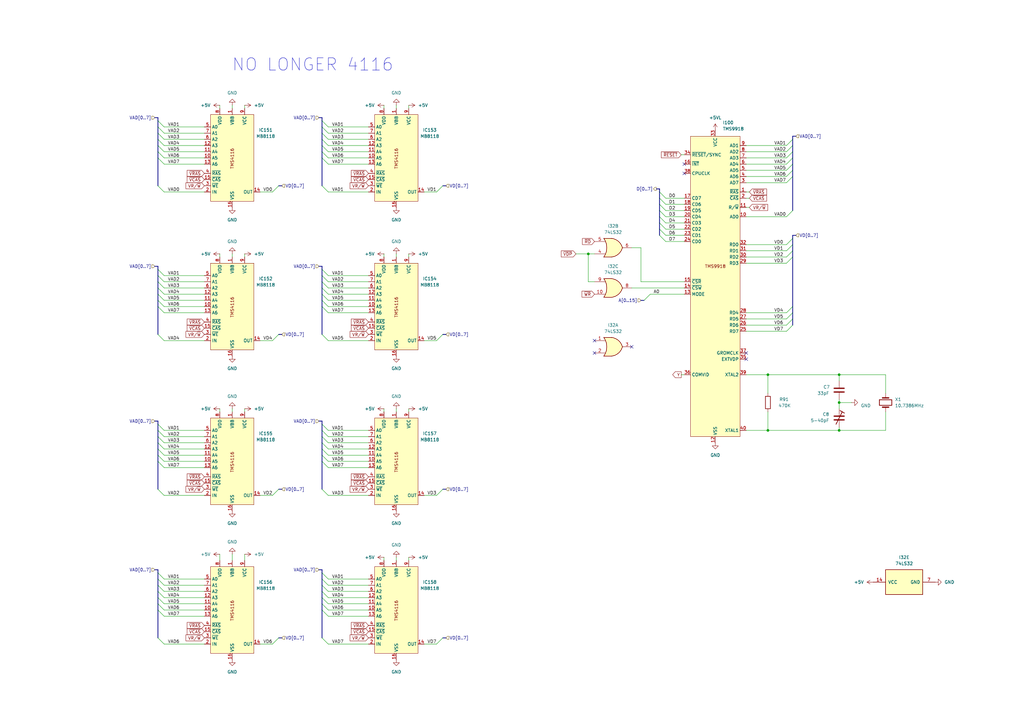
<source format=kicad_sch>
(kicad_sch (version 20250114) (generator "eeschema") (generator_version "9.0")
  (paper "A3")
  (lib_symbols
    (symbol "74xx:74LS32" (pin_names (offset 1.016))
      (property "Reference" "U" (at 0 1.27 0))
      (property "Value" "74LS32" (at 0 -1.27 0))
      (symbol "74LS32_1_1"
        (pin input line (at -7.62 2.54 0) (length 4.318) (name "~") (number "1"))
        (pin input line (at -7.62 -2.54 0) (length 4.318) (name "~") (number "2"))
        (pin output line (at 7.62 0 180) (length 3.81) (name "~") (number "3"))
      )
      (symbol "74LS32_1_2"
        (pin input inverted (at -7.62 2.54 0) (length 3.81) (name "~") (number "1"))
        (pin input inverted (at -7.62 -2.54 0) (length 3.81) (name "~") (number "2"))
        (pin output inverted (at 7.62 0 180) (length 3.81) (name "~") (number "3"))
      )
      (symbol "74LS32_2_1"
        (pin input line (at -7.62 2.54 0) (length 4.318) (name "~") (number "4"))
        (pin input line (at -7.62 -2.54 0) (length 4.318) (name "~") (number "5"))
        (pin output line (at 7.62 0 180) (length 3.81) (name "~") (number "6"))
      )
      (symbol "74LS32_2_2"
        (pin input inverted (at -7.62 2.54 0) (length 3.81) (name "~") (number "4"))
        (pin input inverted (at -7.62 -2.54 0) (length 3.81) (name "~") (number "5"))
        (pin output inverted (at 7.62 0 180) (length 3.81) (name "~") (number "6"))
      )
      (symbol "74LS32_3_1"
        (pin input line (at -7.62 2.54 0) (length 4.318) (name "~") (number "9"))
        (pin input line (at -7.62 -2.54 0) (length 4.318) (name "~") (number "10"))
        (pin output line (at 7.62 0 180) (length 3.81) (name "~") (number "8"))
      )
      (symbol "74LS32_3_2"
        (pin input inverted (at -7.62 2.54 0) (length 3.81) (name "~") (number "9"))
        (pin input inverted (at -7.62 -2.54 0) (length 3.81) (name "~") (number "10"))
        (pin output inverted (at 7.62 0 180) (length 3.81) (name "~") (number "8"))
      )
      (symbol "74LS32_4_1"
        (pin input line (at -7.62 2.54 0) (length 4.318) (name "~") (number "12"))
        (pin input line (at -7.62 -2.54 0) (length 4.318) (name "~") (number "13"))
        (pin output line (at 7.62 0 180) (length 3.81) (name "~") (number "11"))
      )
      (symbol "74LS32_4_2"
        (pin input inverted (at -7.62 2.54 0) (length 3.81) (name "~") (number "12"))
        (pin input inverted (at -7.62 -2.54 0) (length 3.81) (name "~") (number "13"))
        (pin output inverted (at 7.62 0 180) (length 3.81) (name "~") (number "11"))
      )
      (symbol "74LS32_5_0"
        (pin power_in line (at 0 12.7 270) (length 5.08) (name "VCC") (number "14"))
        (pin power_in line (at 0 -12.7 90) (length 5.08) (name "GND") (number "7"))
      )
    )
    (symbol "Device:C" (pin_numbers (hide yes)) (pin_names (offset 0.254))
      (property "Reference" "C" (at 0.635 2.54 0))
      (property "Value" "C" (at 0.635 -2.54 0))
      (symbol "C_1_1"
        (pin passive line (at 0 3.81 270) (length 2.794) (name "~") (number "1"))
        (pin passive line (at 0 -3.81 90) (length 2.794) (name "~") (number "2"))
      )
    )
    (symbol "Device:C_Trim" (pin_numbers (hide yes)) (pin_names (offset 0.254) (hide yes))
      (property "Reference" "C" (at 1.524 -2.032 0))
      (property "Value" "C_Trim" (at 3.048 -3.556 0))
      (symbol "C_Trim_1_1"
        (pin passive line (at 0 3.81 270) (length 3.048) (name "~") (number "1"))
        (pin passive line (at 0 -3.81 90) (length 3.048) (name "~") (number "2"))
      )
    )
    (symbol "Device:Crystal" (pin_numbers (hide yes)) (pin_names (offset 1.016) (hide yes))
      (property "Reference" "Y" (at 0 3.81 0))
      (property "Value" "Crystal" (at 0 -3.81 0))
      (symbol "Crystal_1_1"
        (pin passive line (at -3.81 0 0) (length 1.27) (name "1") (number "1"))
        (pin passive line (at 3.81 0 180) (length 1.27) (name "2") (number "2"))
      )
    )
    (symbol "Device:R" (pin_numbers (hide yes)) (pin_names (offset 0))
      (property "Reference" "R" (at 2.032 0 90))
      (property "Value" "R" (at 0 0 90))
      (symbol "R_1_1"
        (pin passive line (at 0 3.81 270) (length 1.27) (name "~") (number "1"))
        (pin passive line (at 0 -3.81 90) (length 1.27) (name "~") (number "2"))
      )
    )
    (symbol "Einstein:TMS4116"
      (property "Reference" "IC152" (at 13.716 11.43 0))
      (property "Value" "4116" (at 13.716 8.89 0))
      (symbol "TMS4116_1_0"
        (pin input line (at -11.43 12.7 0) (length 2.54) (name "A0") (number "5"))
        (pin input line (at -11.43 10.16 0) (length 2.54) (name "A1") (number "7"))
        (pin input line (at -11.43 7.62 0) (length 2.54) (name "A2") (number "6"))
        (pin input line (at -11.43 5.08 0) (length 2.54) (name "A3") (number "12"))
        (pin input line (at -11.43 2.54 0) (length 2.54) (name "A4") (number "11"))
        (pin input line (at -11.43 0 0) (length 2.54) (name "A5") (number "10"))
        (pin input line (at -11.43 -2.54 0) (length 2.54) (name "A6") (number "13"))
        (pin input line (at -11.43 -6.35 0) (length 2.54) (name "~{RAS}") (number "4"))
        (pin input line (at -11.43 -8.89 0) (length 2.54) (name "~{CAS}") (number "15"))
        (pin input line (at -11.43 -11.43 0) (length 2.54) (name "~{WE}") (number "3"))
        (pin bidirectional line (at -11.43 -13.97 0) (length 2.54) (name "IN") (number "2"))
        (pin power_in line (at -5.08 20.32 270) (length 2.54) (name "VDD") (number "8"))
        (pin power_in line (at 0 20.32 270) (length 2.54) (name "VBB") (number "1"))
        (pin power_in line (at 0 -20.32 90) (length 2.54) (name "VSS") (number "16"))
        (pin power_in line (at 5.08 20.32 270) (length 2.54) (name "VCC") (number "9"))
        (pin bidirectional line (at 11.43 -13.97 180) (length 2.54) (name "OUT") (number "14"))
      )
      (symbol "TMS4116_1_1"
        (text "TMS4116" (at 0 -0.254 900) (effects (font (size 1.27 1.27))))
      )
    )
    (symbol "Einstein:TMS9918A"
      (property "Reference" "IC" (at -25.4 -14.224 0))
      (symbol "TMS9918A_0_0"
        (pin input line (at -12.7 54.61 0) (length 2.54) (name "~{RESET}/SYNC") (number "34"))
        (pin passive line (at -12.7 50.8 0) (length 2.54) (name "~{INT}") (number "16"))
        (pin passive line (at -12.7 2.54 0) (length 2.54) (name "~{CSR}") (number "15"))
        (pin passive line (at -12.7 0 0) (length 2.54) (name "~{CSW}") (number "14"))
        (pin passive line (at -12.7 -2.54 0) (length 2.54) (name "MODE") (number "13"))
        (pin input line (at 0 64.77 270) (length 2.54) (name "VCC") (number "33"))
        (pin power_in line (at 0 -63.5 90) (length 2.54) (name "VSS") (number "12"))
        (pin output line (at 12.7 58.42 180) (length 2.54) (name "AD1") (number "9"))
        (pin output line (at 12.7 55.88 180) (length 2.54) (name "AD2") (number "8"))
        (pin output line (at 12.7 53.34 180) (length 2.54) (name "AD3") (number "7"))
        (pin output line (at 12.7 50.8 180) (length 2.54) (name "AD4") (number "6"))
        (pin output line (at 12.7 48.26 180) (length 2.54) (name "AD5") (number "5"))
        (pin output line (at 12.7 45.72 180) (length 2.54) (name "AD6") (number "4"))
        (pin output line (at 12.7 43.18 180) (length 2.54) (name "AD7") (number "3"))
        (pin output line (at 12.7 39.37 180) (length 2.54) (name "~{RAS}") (number "1"))
        (pin output line (at 12.7 36.83 180) (length 2.54) (name "~{CAS}") (number "2"))
        (pin output line (at 12.7 33.02 180) (length 2.54) (name "R/~{W}") (number "11"))
        (pin output line (at 12.7 29.21 180) (length 2.54) (name "AD0") (number "10"))
        (pin bidirectional line (at 12.7 17.78 180) (length 2.54) (name "RD0") (number "32"))
        (pin bidirectional line (at 12.7 15.24 180) (length 2.54) (name "RD1") (number "31"))
        (pin bidirectional line (at 12.7 12.7 180) (length 2.54) (name "RD2") (number "30"))
        (pin bidirectional line (at 12.7 10.16 180) (length 2.54) (name "RD3") (number "29"))
        (pin bidirectional line (at 12.7 -10.16 180) (length 2.54) (name "RD4") (number "28"))
        (pin bidirectional line (at 12.7 -12.7 180) (length 2.54) (name "RD5") (number "27"))
        (pin bidirectional line (at 12.7 -15.24 180) (length 2.54) (name "RD6") (number "26"))
        (pin bidirectional line (at 12.7 -17.78 180) (length 2.54) (name "RD7") (number "25"))
        (pin passive line (at 12.7 -35.56 180) (length 2.54) (name "XTAL2") (number "39"))
        (pin passive line (at 12.7 -58.42 180) (length 2.54) (name "XTAL1") (number "40"))
      )
      (symbol "TMS9918A_1_0"
        (pin output line (at -12.7 46.99 0) (length 2.54) (name "CPUCLK") (number "38"))
        (pin bidirectional line (at -12.7 36.83 0) (length 2.54) (name "CD7") (number "17"))
        (pin bidirectional line (at -12.7 34.29 0) (length 2.54) (name "CD6") (number "18"))
        (pin bidirectional line (at -12.7 31.75 0) (length 2.54) (name "CD5") (number "19"))
        (pin bidirectional line (at -12.7 29.21 0) (length 2.54) (name "CD4") (number "20"))
        (pin bidirectional line (at -12.7 26.67 0) (length 2.54) (name "CD3") (number "21"))
        (pin bidirectional line (at -12.7 24.13 0) (length 2.54) (name "CD2") (number "22"))
        (pin bidirectional line (at -12.7 21.59 0) (length 2.54) (name "CD1") (number "23"))
        (pin bidirectional line (at -12.7 19.05 0) (length 2.54) (name "CD0") (number "24"))
        (pin output line (at -12.7 -35.56 0) (length 2.54) (name "COMVID") (number "36"))
        (pin input line (at 12.7 -26.67 180) (length 2.54) (name "GROMCLK") (number "37"))
        (pin bidirectional line (at 12.7 -29.21 180) (length 2.54) (name "EXTVDP") (number "35"))
      )
      (symbol "TMS9918A_1_1"
        (text "TMS9918" (at 0 8.89 0) (effects (font (size 1.27 1.27))))
      )
    )
    (symbol "power:+5V" (power) (pin_numbers (hide yes)) (pin_names (offset 0) (hide yes))
      (property "Value" "+5V" (at 0 3.556 0))
      (symbol "+5V_1_1"
        (pin power_in line (at 0 0 90) (length 0) (name "~") (number "1"))
      )
    )
    (symbol "power:+5VL" (power) (pin_numbers (hide yes)) (pin_names (offset 0) (hide yes))
      (property "Value" "+5VL" (at 0 3.556 0))
      (symbol "+5VL_1_1"
        (pin power_in line (at 0 0 90) (length 0) (name "~") (number "1"))
      )
    )
    (symbol "power:GND" (power) (pin_numbers (hide yes)) (pin_names (offset 0) (hide yes))
      (property "Value" "GND" (at 0 -3.81 0))
      (symbol "GND_1_1"
        (pin power_in line (at 0 0 270) (length 0) (name "~") (number "1"))
      )
    )
  )
  (text "NO LONGER 4116" (at 128.27 26.67 0) (effects (font (size 5 5))))
  (junction (at 344.17 153.67))
  (junction (at 344.17 165.1))
  (junction (at 241.3 104.14))
  (junction (at 314.96 153.67))
  (junction (at 314.96 176.53))
  (junction (at 344.17 176.53))
  (no_connect (at 243.84 144.78))
  (no_connect (at 306.07 147.32))
  (no_connect (at 243.84 139.7))
  (no_connect (at 280.67 71.12))
  (no_connect (at 259.08 142.24))
  (no_connect (at 306.07 144.78))
  (no_connect (at 280.67 67.31))
  (bus_entry (at 134.62 118.11) (size -2.54 -2.54))
  (bus_entry (at 134.62 176.53) (size -2.54 -2.54))
  (bus_entry (at 134.62 52.07) (size -2.54 -2.54))
  (bus_entry (at 67.31 115.57) (size -2.54 -2.54))
  (bus_entry (at 273.05 83.82) (size -2.54 -2.54))
  (bus_entry (at 134.62 125.73) (size -2.54 -2.54))
  (bus_entry (at 134.62 184.15) (size -2.54 -2.54))
  (bus_entry (at 273.05 91.44) (size -2.54 -2.54))
  (bus_entry (at 67.31 113.03) (size -2.54 -2.54))
  (bus_entry (at 134.62 186.69) (size -2.54 -2.54))
  (bus_entry (at 134.62 64.77) (size -2.54 -2.54))
  (bus_entry (at 134.62 247.65) (size -2.54 -2.54))
  (bus_entry (at 179.07 78.74) (size 2.54 -2.54))
  (bus_entry (at 67.31 67.31) (size -2.54 -2.54))
  (bus_entry (at 134.62 62.23) (size -2.54 -2.54))
  (bus_entry (at 134.62 264.16) (size -2.54 -2.54))
  (bus_entry (at 67.31 247.65) (size -2.54 -2.54))
  (bus_entry (at 67.31 203.2) (size -2.54 -2.54))
  (bus_entry (at 67.31 120.65) (size -2.54 -2.54))
  (bus_entry (at 134.62 252.73) (size -2.54 -2.54))
  (bus_entry (at 111.76 78.74) (size 2.54 -2.54))
  (bus_entry (at 134.62 203.2) (size -2.54 -2.54))
  (bus_entry (at 134.62 242.57) (size -2.54 -2.54))
  (bus_entry (at 67.31 184.15) (size -2.54 -2.54))
  (bus_entry (at 273.05 93.98) (size -2.54 -2.54))
  (bus_entry (at 67.31 242.57) (size -2.54 -2.54))
  (bus_entry (at 134.62 250.19) (size -2.54 -2.54))
  (bus_entry (at 273.05 96.52) (size -2.54 -2.54))
  (bus_entry (at 134.62 123.19) (size -2.54 -2.54))
  (bus_entry (at 273.05 81.28) (size -2.54 -2.54))
  (bus_entry (at 134.62 191.77) (size -2.54 -2.54))
  (bus_entry (at 67.31 57.15) (size -2.54 -2.54))
  (bus_entry (at 322.58 133.35) (size 2.54 -2.54))
  (bus_entry (at 179.07 264.16) (size 2.54 -2.54))
  (bus_entry (at 322.58 67.31) (size 2.54 -2.54))
  (bus_entry (at 273.05 99.06) (size -2.54 -2.54))
  (bus_entry (at 322.58 102.87) (size 2.54 -2.54))
  (bus_entry (at 67.31 250.19) (size -2.54 -2.54))
  (bus_entry (at 134.62 237.49) (size -2.54 -2.54))
  (bus_entry (at 134.62 179.07) (size -2.54 -2.54))
  (bus_entry (at 134.62 67.31) (size -2.54 -2.54))
  (bus_entry (at 134.62 115.57) (size -2.54 -2.54))
  (bus_entry (at 322.58 64.77) (size 2.54 -2.54))
  (bus_entry (at 273.05 88.9) (size -2.54 -2.54))
  (bus_entry (at 322.58 130.81) (size 2.54 -2.54))
  (bus_entry (at 322.58 62.23) (size 2.54 -2.54))
  (bus_entry (at 322.58 107.95) (size 2.54 -2.54))
  (bus_entry (at 322.58 69.85) (size 2.54 -2.54))
  (bus_entry (at 67.31 123.19) (size -2.54 -2.54))
  (bus_entry (at 111.76 203.2) (size 2.54 -2.54))
  (bus_entry (at 134.62 240.03) (size -2.54 -2.54))
  (bus_entry (at 134.62 189.23) (size -2.54 -2.54))
  (bus_entry (at 322.58 105.41) (size 2.54 -2.54))
  (bus_entry (at 67.31 179.07) (size -2.54 -2.54))
  (bus_entry (at 67.31 191.77) (size -2.54 -2.54))
  (bus_entry (at 67.31 139.7) (size -2.54 -2.54))
  (bus_entry (at 134.62 245.11) (size -2.54 -2.54))
  (bus_entry (at 179.07 203.2) (size 2.54 -2.54))
  (bus_entry (at 273.05 86.36) (size -2.54 -2.54))
  (bus_entry (at 67.31 59.69) (size -2.54 -2.54))
  (bus_entry (at 134.62 59.69) (size -2.54 -2.54))
  (bus_entry (at 134.62 113.03) (size -2.54 -2.54))
  (bus_entry (at 322.58 72.39) (size 2.54 -2.54))
  (bus_entry (at 67.31 52.07) (size -2.54 -2.54))
  (bus_entry (at 322.58 88.9) (size 2.54 -2.54))
  (bus_entry (at 322.58 59.69) (size 2.54 -2.54))
  (bus_entry (at 134.62 54.61) (size -2.54 -2.54))
  (bus_entry (at 67.31 118.11) (size -2.54 -2.54))
  (bus_entry (at 67.31 64.77) (size -2.54 -2.54))
  (bus_entry (at 322.58 128.27) (size 2.54 -2.54))
  (bus_entry (at 322.58 74.93) (size 2.54 -2.54))
  (bus_entry (at 134.62 78.74) (size -2.54 -2.54))
  (bus_entry (at 322.58 100.33) (size 2.54 -2.54))
  (bus_entry (at 67.31 54.61) (size -2.54 -2.54))
  (bus_entry (at 67.31 128.27) (size -2.54 -2.54))
  (bus_entry (at 67.31 189.23) (size -2.54 -2.54))
  (bus_entry (at 134.62 128.27) (size -2.54 -2.54))
  (bus_entry (at 111.76 139.7) (size 2.54 -2.54))
  (bus_entry (at 67.31 176.53) (size -2.54 -2.54))
  (bus_entry (at 322.58 135.89) (size 2.54 -2.54))
  (bus_entry (at 67.31 62.23) (size -2.54 -2.54))
  (bus_entry (at 67.31 252.73) (size -2.54 -2.54))
  (bus_entry (at 134.62 57.15) (size -2.54 -2.54))
  (bus_entry (at 134.62 120.65) (size -2.54 -2.54))
  (bus_entry (at 67.31 181.61) (size -2.54 -2.54))
  (bus_entry (at 67.31 264.16) (size -2.54 -2.54))
  (bus_entry (at 134.62 181.61) (size -2.54 -2.54))
  (bus_entry (at 67.31 237.49) (size -2.54 -2.54))
  (bus_entry (at 67.31 245.11) (size -2.54 -2.54))
  (bus_entry (at 67.31 78.74) (size -2.54 -2.54))
  (bus_entry (at 67.31 125.73) (size -2.54 -2.54))
  (bus_entry (at 111.76 264.16) (size 2.54 -2.54))
  (bus_entry (at 134.62 139.7) (size -2.54 -2.54))
  (bus_entry (at 67.31 240.03) (size -2.54 -2.54))
  (bus_entry (at 67.31 186.69) (size -2.54 -2.54))
  (bus_entry (at 266.7 120.65) (size -2.54 2.54))
  (bus_entry (at 179.07 139.7) (size 2.54 -2.54))
  (bus (pts (xy 325.12 72.39) (xy 325.12 86.36)))
  (bus (pts (xy 64.77 110.49) (xy 64.77 113.03)))
  (wire (pts (xy 67.31 179.07) (xy 83.82 179.07)))
  (wire (pts (xy 344.17 165.1) (xy 344.17 163.83)))
  (bus (pts (xy 182.88 76.2) (xy 181.61 76.2)))
  (bus (pts (xy 63.5 172.72) (xy 64.77 172.72)))
  (wire (pts (xy 67.31 237.49) (xy 83.82 237.49)))
  (wire (pts (xy 95.25 104.14) (xy 95.25 105.41)))
  (wire (pts (xy 67.31 245.11) (xy 83.82 245.11)))
  (wire (pts (xy 90.17 227.33) (xy 90.17 229.87)))
  (wire (pts (xy 344.17 153.67) (xy 363.22 153.67)))
  (wire (pts (xy 134.62 179.07) (xy 151.13 179.07)))
  (bus (pts (xy 325.12 55.88) (xy 325.12 57.15)))
  (bus (pts (xy 64.77 247.65) (xy 64.77 250.19)))
  (wire (pts (xy 67.31 242.57) (xy 83.82 242.57)))
  (wire (pts (xy 349.25 165.1) (xy 344.17 165.1)))
  (wire (pts (xy 67.31 184.15) (xy 83.82 184.15)))
  (bus (pts (xy 132.08 110.49) (xy 132.08 113.03)))
  (bus (pts (xy 270.51 91.44) (xy 270.51 93.98)))
  (wire (pts (xy 134.62 78.74) (xy 151.13 78.74)))
  (wire (pts (xy 307.34 85.09) (xy 306.07 85.09)))
  (wire (pts (xy 67.31 67.31) (xy 83.82 67.31)))
  (wire (pts (xy 280.67 88.9) (xy 273.05 88.9)))
  (wire (pts (xy 134.62 64.77) (xy 151.13 64.77)))
  (bus (pts (xy 64.77 173.99) (xy 64.77 176.53)))
  (bus (pts (xy 325.12 125.73) (xy 325.12 128.27)))
  (bus (pts (xy 132.08 247.65) (xy 132.08 250.19)))
  (wire (pts (xy 90.17 43.18) (xy 90.17 44.45)))
  (bus (pts (xy 325.12 57.15) (xy 325.12 59.69)))
  (bus (pts (xy 64.77 181.61) (xy 64.77 184.15)))
  (wire (pts (xy 266.7 120.65) (xy 280.67 120.65)))
  (wire (pts (xy 306.07 176.53) (xy 314.96 176.53)))
  (wire (pts (xy 280.67 99.06) (xy 273.05 99.06)))
  (bus (pts (xy 132.08 123.19) (xy 132.08 125.73)))
  (wire (pts (xy 262.89 115.57) (xy 280.67 115.57)))
  (wire (pts (xy 314.96 153.67) (xy 314.96 161.29)))
  (wire (pts (xy 134.62 57.15) (xy 151.13 57.15)))
  (bus (pts (xy 64.77 242.57) (xy 64.77 245.11)))
  (wire (pts (xy 67.31 118.11) (xy 83.82 118.11)))
  (wire (pts (xy 306.07 88.9) (xy 322.58 88.9)))
  (wire (pts (xy 306.07 67.31) (xy 322.58 67.31)))
  (bus (pts (xy 325.12 69.85) (xy 325.12 72.39)))
  (wire (pts (xy 134.62 67.31) (xy 151.13 67.31)))
  (wire (pts (xy 134.62 240.03) (xy 151.13 240.03)))
  (bus (pts (xy 64.77 62.23) (xy 64.77 64.77)))
  (wire (pts (xy 134.62 120.65) (xy 151.13 120.65)))
  (bus (pts (xy 64.77 49.53) (xy 64.77 52.07)))
  (wire (pts (xy 67.31 123.19) (xy 83.82 123.19)))
  (wire (pts (xy 151.13 264.16) (xy 134.62 264.16)))
  (bus (pts (xy 64.77 113.03) (xy 64.77 115.57)))
  (wire (pts (xy 167.64 167.64) (xy 167.64 168.91)))
  (bus (pts (xy 130.81 48.26) (xy 132.08 48.26)))
  (wire (pts (xy 279.4 153.67) (xy 280.67 153.67)))
  (wire (pts (xy 67.31 250.19) (xy 83.82 250.19)))
  (bus (pts (xy 182.88 137.16) (xy 181.61 137.16)))
  (wire (pts (xy 134.62 245.11) (xy 151.13 245.11)))
  (bus (pts (xy 132.08 52.07) (xy 132.08 54.61)))
  (wire (pts (xy 134.62 186.69) (xy 151.13 186.69)))
  (wire (pts (xy 67.31 128.27) (xy 83.82 128.27)))
  (bus (pts (xy 325.12 64.77) (xy 325.12 67.31)))
  (wire (pts (xy 151.13 139.7) (xy 134.62 139.7)))
  (bus (pts (xy 325.12 97.79) (xy 325.12 100.33)))
  (bus (pts (xy 132.08 57.15) (xy 132.08 59.69)))
  (wire (pts (xy 134.62 118.11) (xy 151.13 118.11)))
  (bus (pts (xy 132.08 120.65) (xy 132.08 123.19)))
  (bus (pts (xy 270.51 93.98) (xy 270.51 96.52)))
  (wire (pts (xy 67.31 176.53) (xy 83.82 176.53)))
  (wire (pts (xy 95.25 227.33) (xy 95.25 229.87)))
  (bus (pts (xy 64.77 172.72) (xy 64.77 173.99)))
  (bus (pts (xy 132.08 184.15) (xy 132.08 186.69)))
  (wire (pts (xy 157.48 228.6) (xy 157.48 229.87)))
  (bus (pts (xy 64.77 52.07) (xy 64.77 54.61)))
  (wire (pts (xy 162.56 228.6) (xy 162.56 229.87)))
  (bus (pts (xy 64.77 54.61) (xy 64.77 57.15)))
  (bus (pts (xy 132.08 250.19) (xy 132.08 261.62)))
  (bus (pts (xy 64.77 64.77) (xy 64.77 76.2)))
  (bus (pts (xy 132.08 237.49) (xy 132.08 240.03)))
  (bus (pts (xy 132.08 172.72) (xy 132.08 173.99)))
  (wire (pts (xy 134.62 59.69) (xy 151.13 59.69)))
  (wire (pts (xy 173.99 264.16) (xy 179.07 264.16)))
  (wire (pts (xy 67.31 240.03) (xy 83.82 240.03)))
  (bus (pts (xy 132.08 240.03) (xy 132.08 242.57)))
  (bus (pts (xy 270.51 78.74) (xy 270.51 81.28)))
  (bus (pts (xy 132.08 54.61) (xy 132.08 57.15)))
  (bus (pts (xy 115.57 200.66) (xy 114.3 200.66)))
  (wire (pts (xy 306.07 64.77) (xy 322.58 64.77)))
  (bus (pts (xy 132.08 233.68) (xy 132.08 234.95)))
  (wire (pts (xy 241.3 115.57) (xy 241.3 104.14)))
  (wire (pts (xy 306.07 72.39) (xy 322.58 72.39)))
  (bus (pts (xy 132.08 118.11) (xy 132.08 120.65)))
  (wire (pts (xy 344.17 176.53) (xy 363.22 176.53)))
  (wire (pts (xy 363.22 153.67) (xy 363.22 161.29)))
  (bus (pts (xy 64.77 115.57) (xy 64.77 118.11)))
  (wire (pts (xy 344.17 175.26) (xy 344.17 176.53)))
  (wire (pts (xy 134.62 184.15) (xy 151.13 184.15)))
  (bus (pts (xy 325.12 100.33) (xy 325.12 102.87)))
  (wire (pts (xy 134.62 62.23) (xy 151.13 62.23)))
  (wire (pts (xy 67.31 120.65) (xy 83.82 120.65)))
  (bus (pts (xy 115.57 261.62) (xy 114.3 261.62)))
  (wire (pts (xy 134.62 252.73) (xy 151.13 252.73)))
  (bus (pts (xy 64.77 250.19) (xy 64.77 261.62)))
  (wire (pts (xy 134.62 54.61) (xy 151.13 54.61)))
  (bus (pts (xy 64.77 245.11) (xy 64.77 247.65)))
  (bus (pts (xy 269.24 77.47) (xy 270.51 77.47)))
  (wire (pts (xy 100.33 43.18) (xy 100.33 44.45)))
  (bus (pts (xy 325.12 128.27) (xy 325.12 130.81)))
  (bus (pts (xy 132.08 189.23) (xy 132.08 200.66)))
  (bus (pts (xy 132.08 125.73) (xy 132.08 137.16)))
  (wire (pts (xy 314.96 168.91) (xy 314.96 176.53)))
  (wire (pts (xy 134.62 52.07) (xy 151.13 52.07)))
  (bus (pts (xy 64.77 59.69) (xy 64.77 62.23)))
  (wire (pts (xy 314.96 176.53) (xy 344.17 176.53)))
  (wire (pts (xy 67.31 252.73) (xy 83.82 252.73)))
  (wire (pts (xy 157.48 43.18) (xy 157.48 44.45)))
  (bus (pts (xy 182.88 261.62) (xy 181.61 261.62)))
  (bus (pts (xy 64.77 125.73) (xy 64.77 137.16)))
  (bus (pts (xy 326.39 55.88) (xy 325.12 55.88)))
  (bus (pts (xy 325.12 62.23) (xy 325.12 64.77)))
  (wire (pts (xy 236.22 104.14) (xy 241.3 104.14)))
  (wire (pts (xy 134.62 189.23) (xy 151.13 189.23)))
  (bus (pts (xy 325.12 102.87) (xy 325.12 105.41)))
  (wire (pts (xy 306.07 62.23) (xy 322.58 62.23)))
  (bus (pts (xy 325.12 105.41) (xy 325.12 125.73)))
  (wire (pts (xy 67.31 62.23) (xy 83.82 62.23)))
  (bus (pts (xy 132.08 48.26) (xy 132.08 49.53)))
  (wire (pts (xy 90.17 104.14) (xy 90.17 105.41)))
  (wire (pts (xy 306.07 153.67) (xy 314.96 153.67)))
  (bus (pts (xy 64.77 184.15) (xy 64.77 186.69)))
  (bus (pts (xy 64.77 109.22) (xy 64.77 110.49)))
  (wire (pts (xy 306.07 59.69) (xy 322.58 59.69)))
  (wire (pts (xy 67.31 115.57) (xy 83.82 115.57)))
  (bus (pts (xy 132.08 62.23) (xy 132.08 64.77)))
  (bus (pts (xy 132.08 186.69) (xy 132.08 189.23)))
  (wire (pts (xy 134.62 191.77) (xy 151.13 191.77)))
  (wire (pts (xy 83.82 203.2) (xy 67.31 203.2)))
  (wire (pts (xy 134.62 250.19) (xy 151.13 250.19)))
  (bus (pts (xy 182.88 200.66) (xy 181.61 200.66)))
  (wire (pts (xy 280.67 91.44) (xy 273.05 91.44)))
  (wire (pts (xy 306.07 107.95) (xy 322.58 107.95)))
  (bus (pts (xy 270.51 86.36) (xy 270.51 88.9)))
  (bus (pts (xy 132.08 59.69) (xy 132.08 62.23)))
  (wire (pts (xy 344.17 165.1) (xy 344.17 167.64)))
  (wire (pts (xy 134.62 123.19) (xy 151.13 123.19)))
  (bus (pts (xy 64.77 237.49) (xy 64.77 240.03)))
  (wire (pts (xy 134.62 242.57) (xy 151.13 242.57)))
  (wire (pts (xy 151.13 203.2) (xy 134.62 203.2)))
  (bus (pts (xy 132.08 64.77) (xy 132.08 76.2)))
  (wire (pts (xy 134.62 176.53) (xy 151.13 176.53)))
  (wire (pts (xy 314.96 153.67) (xy 344.17 153.67)))
  (wire (pts (xy 167.64 228.6) (xy 167.64 229.87)))
  (wire (pts (xy 83.82 264.16) (xy 67.31 264.16)))
  (wire (pts (xy 279.4 63.5) (xy 280.67 63.5)))
  (bus (pts (xy 132.08 113.03) (xy 132.08 115.57)))
  (wire (pts (xy 106.68 78.74) (xy 111.76 78.74)))
  (wire (pts (xy 167.64 43.18) (xy 167.64 44.45)))
  (wire (pts (xy 67.31 113.03) (xy 83.82 113.03)))
  (bus (pts (xy 64.77 233.68) (xy 64.77 234.95)))
  (wire (pts (xy 307.34 81.28) (xy 306.07 81.28)))
  (wire (pts (xy 157.48 104.14) (xy 157.48 105.41)))
  (bus (pts (xy 64.77 120.65) (xy 64.77 123.19)))
  (wire (pts (xy 134.62 115.57) (xy 151.13 115.57)))
  (wire (pts (xy 307.34 78.74) (xy 306.07 78.74)))
  (wire (pts (xy 306.07 74.93) (xy 322.58 74.93)))
  (bus (pts (xy 64.77 123.19) (xy 64.77 125.73)))
  (bus (pts (xy 132.08 49.53) (xy 132.08 52.07)))
  (wire (pts (xy 134.62 247.65) (xy 151.13 247.65)))
  (bus (pts (xy 130.81 172.72) (xy 132.08 172.72)))
  (wire (pts (xy 100.33 227.33) (xy 100.33 229.87)))
  (bus (pts (xy 132.08 242.57) (xy 132.08 245.11)))
  (wire (pts (xy 67.31 189.23) (xy 83.82 189.23)))
  (bus (pts (xy 115.57 137.16) (xy 114.3 137.16)))
  (bus (pts (xy 132.08 176.53) (xy 132.08 179.07)))
  (wire (pts (xy 363.22 168.91) (xy 363.22 176.53)))
  (wire (pts (xy 95.25 43.18) (xy 95.25 44.45)))
  (bus (pts (xy 64.77 48.26) (xy 64.77 49.53)))
  (bus (pts (xy 64.77 179.07) (xy 64.77 181.61)))
  (wire (pts (xy 157.48 167.64) (xy 157.48 168.91)))
  (wire (pts (xy 67.31 191.77) (xy 83.82 191.77)))
  (wire (pts (xy 162.56 43.18) (xy 162.56 44.45)))
  (bus (pts (xy 326.39 96.52) (xy 325.12 96.52)))
  (wire (pts (xy 167.64 104.14) (xy 167.64 105.41)))
  (wire (pts (xy 90.17 167.64) (xy 90.17 168.91)))
  (bus (pts (xy 63.5 233.68) (xy 64.77 233.68)))
  (bus (pts (xy 132.08 173.99) (xy 132.08 176.53)))
  (wire (pts (xy 95.25 167.64) (xy 95.25 168.91)))
  (wire (pts (xy 100.33 167.64) (xy 100.33 168.91)))
  (wire (pts (xy 306.07 105.41) (xy 322.58 105.41)))
  (bus (pts (xy 132.08 181.61) (xy 132.08 184.15)))
  (wire (pts (xy 67.31 64.77) (xy 83.82 64.77)))
  (wire (pts (xy 243.84 115.57) (xy 241.3 115.57)))
  (wire (pts (xy 134.62 113.03) (xy 151.13 113.03)))
  (wire (pts (xy 162.56 167.64) (xy 162.56 168.91)))
  (wire (pts (xy 134.62 125.73) (xy 151.13 125.73)))
  (wire (pts (xy 280.67 96.52) (xy 273.05 96.52)))
  (wire (pts (xy 259.08 101.6) (xy 262.89 101.6)))
  (wire (pts (xy 134.62 181.61) (xy 151.13 181.61)))
  (bus (pts (xy 130.81 233.68) (xy 132.08 233.68)))
  (wire (pts (xy 259.08 118.11) (xy 280.67 118.11)))
  (bus (pts (xy 63.5 109.22) (xy 64.77 109.22)))
  (wire (pts (xy 306.07 135.89) (xy 322.58 135.89)))
  (wire (pts (xy 106.68 264.16) (xy 111.76 264.16)))
  (bus (pts (xy 64.77 189.23) (xy 64.77 200.66)))
  (bus (pts (xy 64.77 234.95) (xy 64.77 237.49)))
  (wire (pts (xy 306.07 100.33) (xy 322.58 100.33)))
  (bus (pts (xy 270.51 77.47) (xy 270.51 78.74)))
  (wire (pts (xy 162.56 104.14) (xy 162.56 105.41)))
  (wire (pts (xy 67.31 181.61) (xy 83.82 181.61)))
  (bus (pts (xy 132.08 115.57) (xy 132.08 118.11)))
  (wire (pts (xy 173.99 203.2) (xy 179.07 203.2)))
  (bus (pts (xy 64.77 118.11) (xy 64.77 120.65)))
  (bus (pts (xy 325.12 96.52) (xy 325.12 97.79)))
  (bus (pts (xy 262.89 123.19) (xy 264.16 123.19)))
  (bus (pts (xy 325.12 130.81) (xy 325.12 133.35)))
  (bus (pts (xy 130.81 109.22) (xy 132.08 109.22)))
  (wire (pts (xy 83.82 139.7) (xy 67.31 139.7)))
  (wire (pts (xy 67.31 52.07) (xy 83.82 52.07)))
  (wire (pts (xy 241.3 104.14) (xy 243.84 104.14)))
  (wire (pts (xy 280.67 93.98) (xy 273.05 93.98)))
  (wire (pts (xy 106.68 139.7) (xy 111.76 139.7)))
  (bus (pts (xy 64.77 186.69) (xy 64.77 189.23)))
  (wire (pts (xy 67.31 54.61) (xy 83.82 54.61)))
  (bus (pts (xy 270.51 81.28) (xy 270.51 83.82)))
  (bus (pts (xy 325.12 59.69) (xy 325.12 62.23)))
  (wire (pts (xy 306.07 130.81) (xy 322.58 130.81)))
  (wire (pts (xy 100.33 104.14) (xy 100.33 105.41)))
  (wire (pts (xy 173.99 139.7) (xy 179.07 139.7)))
  (bus (pts (xy 132.08 245.11) (xy 132.08 247.65)))
  (wire (pts (xy 67.31 125.73) (xy 83.82 125.73)))
  (wire (pts (xy 306.07 102.87) (xy 322.58 102.87)))
  (wire (pts (xy 106.68 203.2) (xy 111.76 203.2)))
  (wire (pts (xy 83.82 78.74) (xy 67.31 78.74)))
  (wire (pts (xy 344.17 153.67) (xy 344.17 156.21)))
  (wire (pts (xy 134.62 128.27) (xy 151.13 128.27)))
  (wire (pts (xy 67.31 186.69) (xy 83.82 186.69)))
  (wire (pts (xy 67.31 57.15) (xy 83.82 57.15)))
  (bus (pts (xy 64.77 57.15) (xy 64.77 59.69)))
  (bus (pts (xy 132.08 234.95) (xy 132.08 237.49)))
  (bus (pts (xy 64.77 240.03) (xy 64.77 242.57)))
  (wire (pts (xy 306.07 128.27) (xy 322.58 128.27)))
  (bus (pts (xy 270.51 83.82) (xy 270.51 86.36)))
  (bus (pts (xy 325.12 67.31) (xy 325.12 69.85)))
  (wire (pts (xy 134.62 237.49) (xy 151.13 237.49)))
  (bus (pts (xy 270.51 88.9) (xy 270.51 91.44)))
  (bus (pts (xy 63.5 48.26) (xy 64.77 48.26)))
  (bus (pts (xy 132.08 109.22) (xy 132.08 110.49)))
  (wire (pts (xy 280.67 83.82) (xy 273.05 83.82)))
  (bus (pts (xy 64.77 176.53) (xy 64.77 179.07)))
  (wire (pts (xy 173.99 78.74) (xy 179.07 78.74)))
  (wire (pts (xy 306.07 69.85) (xy 322.58 69.85)))
  (wire (pts (xy 67.31 247.65) (xy 83.82 247.65)))
  (wire (pts (xy 306.07 133.35) (xy 322.58 133.35)))
  (bus (pts (xy 115.57 76.2) (xy 114.3 76.2)))
  (wire (pts (xy 67.31 59.69) (xy 83.82 59.69)))
  (bus (pts (xy 132.08 179.07) (xy 132.08 181.61)))
  (wire (pts (xy 280.67 81.28) (xy 273.05 81.28)))
  (wire (pts (xy 262.89 101.6) (xy 262.89 115.57)))
  (wire (pts (xy 280.67 86.36) (xy 273.05 86.36)))
  (label "VAD3" (at 73.66 181.61 180))
  (label "VAD1" (at 317.5 59.69 0))
  (label "VAD2" (at 73.66 240.03 180))
  (label "VD5" (at 317.5 130.81 0))
  (label "VAD4" (at 73.66 59.69 180))
  (label "VAD7" (at 317.5 74.93 0))
  (label "VAD4" (at 140.97 120.65 180))
  (label "D2" (at 274.32 86.36 0))
  (label "D6" (at 274.32 96.52 0))
  (label "VAD1" (at 140.97 237.49 180))
  (label "VAD7" (at 140.97 264.16 180))
  (label "VD4" (at 317.5 128.27 0))
  (label "VAD3" (at 140.97 203.2 180))
  (label "VAD1" (at 140.97 176.53 180))
  (label "VD6" (at 317.5 133.35 0))
  (label "VAD1" (at 73.66 52.07 180))
  (label "D0" (at 274.32 81.28 0))
  (label "VAD6" (at 140.97 64.77 180))
  (label "VAD6" (at 73.66 264.16 180))
  (label "VAD7" (at 73.66 128.27 180))
  (label "VAD5" (at 73.66 62.23 180))
  (label "VAD5" (at 140.97 123.19 180))
  (label "VAD3" (at 317.5 64.77 0))
  (label "VAD4" (at 73.66 184.15 180))
  (label "VAD6" (at 140.97 125.73 180))
  (label "D1" (at 274.32 83.82 0))
  (label "VAD7" (at 140.97 67.31 180))
  (label "VAD7" (at 140.97 128.27 180))
  (label "VD3" (at 175.26 203.2 0))
  (label "VAD6" (at 140.97 189.23 180))
  (label "VAD3" (at 140.97 57.15 180))
  (label "VAD6" (at 140.97 250.19 180))
  (label "VD4" (at 107.95 139.7 0))
  (label "VD3" (at 317.5 107.95 0))
  (label "VAD5" (at 140.97 247.65 180))
  (label "VD1" (at 175.26 78.74 0))
  (label "VD2" (at 107.95 203.2 0))
  (label "VAD1" (at 73.66 176.53 180))
  (label "VAD7" (at 140.97 191.77 180))
  (label "D7" (at 274.32 99.06 0))
  (label "VAD7" (at 140.97 252.73 180))
  (label "VAD1" (at 140.97 52.07 180))
  (label "VAD4" (at 317.5 67.31 0))
  (label "VAD6" (at 73.66 125.73 180))
  (label "VAD0" (at 317.5 88.9 0))
  (label "VAD2" (at 140.97 115.57 180))
  (label "D3" (at 274.32 88.9 0))
  (label "VAD2" (at 317.5 62.23 0))
  (label "VAD1" (at 140.97 113.03 180))
  (label "VD5" (at 175.26 139.7 0))
  (label "VAD3" (at 140.97 181.61 180))
  (label "VAD2" (at 73.66 179.07 180))
  (label "VAD3" (at 140.97 118.11 180))
  (label "VAD4" (at 140.97 184.15 180))
  (label "VAD1" (at 140.97 78.74 180))
  (label "VAD2" (at 73.66 115.57 180))
  (label "VAD1" (at 73.66 237.49 180))
  (label "VD2" (at 317.5 105.41 0))
  (label "VAD4" (at 140.97 59.69 180))
  (label "VAD7" (at 73.66 67.31 180))
  (label "VAD2" (at 140.97 179.07 180))
  (label "VD6" (at 107.95 264.16 0))
  (label "VAD5" (at 73.66 123.19 180))
  (label "VAD5" (at 317.5 69.85 0))
  (label "VAD5" (at 140.97 139.7 180))
  (label "VAD2" (at 73.66 203.2 180))
  (label "VAD7" (at 73.66 252.73 180))
  (label "VAD4" (at 73.66 120.65 180))
  (label "VD1" (at 317.5 102.87 0))
  (label "VAD6" (at 73.66 64.77 180))
  (label "VAD6" (at 73.66 250.19 180))
  (label "D5" (at 274.32 93.98 0))
  (label "VAD2" (at 140.97 54.61 180))
  (label "VAD6" (at 73.66 189.23 180))
  (label "VAD5" (at 73.66 186.69 180))
  (label "VD0" (at 317.5 100.33 0))
  (label "VAD4" (at 140.97 245.11 180))
  (label "VAD3" (at 73.66 242.57 180))
  (label "VAD2" (at 140.97 240.03 180))
  (label "VAD4" (at 73.66 245.11 180))
  (label "D4" (at 274.32 91.44 0))
  (label "VAD7" (at 73.66 191.77 180))
  (label "VAD0" (at 73.66 78.74 180))
  (label "VAD1" (at 73.66 113.03 180))
  (label "VAD3" (at 73.66 57.15 180))
  (label "VAD4" (at 73.66 139.7 180))
  (label "VAD5" (at 73.66 247.65 180))
  (label "VAD3" (at 140.97 242.57 180))
  (label "A0" (at 270.51 120.65 180))
  (label "VD7" (at 175.26 264.16 0))
  (label "VAD3" (at 73.66 118.11 180))
  (label "VD0" (at 107.95 78.74 0))
  (label "VAD6" (at 317.5 72.39 0))
  (label "VD7" (at 317.5 135.89 0))
  (label "VAD5" (at 140.97 62.23 180))
  (label "VAD5" (at 140.97 186.69 180))
  (label "VAD2" (at 73.66 54.61 180))
  (global_label "~{VRAS}" (shape input) (at 83.82 71.12 180) (property "Intersheetrefs" "${INTERSHEET_REFS}" (effects (hide yes))))
  (global_label "Y" (shape output) (at 279.4 153.67 180) (property "Intersheetrefs" "${INTERSHEET_REFS}" (effects (hide yes))))
  (global_label "VR{slash}~{W}" (shape input) (at 307.34 85.09 0) (property "Intersheetrefs" "${INTERSHEET_REFS}" (effects (hide yes))))
  (global_label "~{VRAS}" (shape input) (at 151.13 195.58 180) (property "Intersheetrefs" "${INTERSHEET_REFS}" (effects (hide yes))))
  (global_label "~{VRAS}" (shape input) (at 151.13 71.12 180) (property "Intersheetrefs" "${INTERSHEET_REFS}" (effects (hide yes))))
  (global_label "VR{slash}~{W}" (shape input) (at 151.13 137.16 180) (property "Intersheetrefs" "${INTERSHEET_REFS}" (effects (hide yes))))
  (global_label "~{RD}" (shape input) (at 243.84 99.06 180) (property "Intersheetrefs" "${INTERSHEET_REFS}" (effects (hide yes))))
  (global_label "VR{slash}~{W}" (shape input) (at 83.82 200.66 180) (property "Intersheetrefs" "${INTERSHEET_REFS}" (effects (hide yes))))
  (global_label "~{VRAS}" (shape input) (at 83.82 132.08 180) (property "Intersheetrefs" "${INTERSHEET_REFS}" (effects (hide yes))))
  (global_label "VR{slash}~{W}" (shape input) (at 151.13 200.66 180) (property "Intersheetrefs" "${INTERSHEET_REFS}" (effects (hide yes))))
  (global_label "~{WR}" (shape input) (at 243.84 120.65 180) (property "Intersheetrefs" "${INTERSHEET_REFS}" (effects (hide yes))))
  (global_label "~{VRAS}" (shape input) (at 307.34 78.74 0) (property "Intersheetrefs" "${INTERSHEET_REFS}" (effects (hide yes))))
  (global_label "VR{slash}~{W}" (shape input) (at 83.82 76.2 180) (property "Intersheetrefs" "${INTERSHEET_REFS}" (effects (hide yes))))
  (global_label "VR{slash}~{W}" (shape input) (at 151.13 76.2 180) (property "Intersheetrefs" "${INTERSHEET_REFS}" (effects (hide yes))))
  (global_label "~{VRAS}" (shape input) (at 151.13 256.54 180) (property "Intersheetrefs" "${INTERSHEET_REFS}" (effects (hide yes))))
  (global_label "VR{slash}~{W}" (shape input) (at 151.13 261.62 180) (property "Intersheetrefs" "${INTERSHEET_REFS}" (effects (hide yes))))
  (global_label "~{VRAS}" (shape input) (at 83.82 256.54 180) (property "Intersheetrefs" "${INTERSHEET_REFS}" (effects (hide yes))))
  (global_label "~{VDP}" (shape input) (at 236.22 104.14 180) (property "Intersheetrefs" "${INTERSHEET_REFS}" (effects (hide yes))))
  (global_label "~{VRAS}" (shape input) (at 151.13 132.08 180) (property "Intersheetrefs" "${INTERSHEET_REFS}" (effects (hide yes))))
  (global_label "~{VCAS}" (shape input) (at 151.13 73.66 180) (property "Intersheetrefs" "${INTERSHEET_REFS}" (effects (hide yes))))
  (global_label "~{VCAS}" (shape input) (at 307.34 81.28 0) (property "Intersheetrefs" "${INTERSHEET_REFS}" (effects (hide yes))))
  (global_label "~{VCAS}" (shape input) (at 83.82 198.12 180) (property "Intersheetrefs" "${INTERSHEET_REFS}" (effects (hide yes))))
  (global_label "~{VRAS}" (shape input) (at 83.82 195.58 180) (property "Intersheetrefs" "${INTERSHEET_REFS}" (effects (hide yes))))
  (global_label "~{RESET}" (shape input) (at 279.4 63.5 180) (property "Intersheetrefs" "${INTERSHEET_REFS}" (effects (hide yes))))
  (global_label "~{VCAS}" (shape input) (at 83.82 259.08 180) (property "Intersheetrefs" "${INTERSHEET_REFS}" (effects (hide yes))))
  (global_label "VR{slash}~{W}" (shape input) (at 83.82 137.16 180) (property "Intersheetrefs" "${INTERSHEET_REFS}" (effects (hide yes))))
  (global_label "~{VCAS}" (shape input) (at 151.13 198.12 180) (property "Intersheetrefs" "${INTERSHEET_REFS}" (effects (hide yes))))
  (global_label "~{VCAS}" (shape input) (at 151.13 134.62 180) (property "Intersheetrefs" "${INTERSHEET_REFS}" (effects (hide yes))))
  (global_label "VR{slash}~{W}" (shape input) (at 83.82 261.62 180) (property "Intersheetrefs" "${INTERSHEET_REFS}" (effects (hide yes))))
  (global_label "~{VCAS}" (shape input) (at 83.82 134.62 180) (property "Intersheetrefs" "${INTERSHEET_REFS}" (effects (hide yes))))
  (global_label "~{VCAS}" (shape input) (at 151.13 259.08 180) (property "Intersheetrefs" "${INTERSHEET_REFS}" (effects (hide yes))))
  (global_label "~{VCAS}" (shape input) (at 83.82 73.66 180) (property "Intersheetrefs" "${INTERSHEET_REFS}" (effects (hide yes))))
  (hierarchical_label "VAD[0..7]" (shape input) (at 63.5 48.26 180))
  (hierarchical_label "VAD[0..7]" (shape input) (at 63.5 109.22 180))
  (hierarchical_label "VAD[0..7]" (shape input) (at 63.5 172.72 180))
  (hierarchical_label "VD[0..7]" (shape input) (at 115.57 200.66 0))
  (hierarchical_label "VAD[0..7]" (shape input) (at 63.5 233.68 180))
  (hierarchical_label "VAD[0..7]" (shape input) (at 130.81 109.22 180))
  (hierarchical_label "VAD[0..7]" (shape input) (at 130.81 172.72 180))
  (hierarchical_label "VD[0..7]" (shape input) (at 115.57 76.2 0))
  (hierarchical_label "VD[0..7]" (shape input) (at 115.57 137.16 0))
  (hierarchical_label "VD[0..7]" (shape input) (at 182.88 76.2 0))
  (hierarchical_label "VD[0..7]" (shape input) (at 182.88 261.62 0))
  (hierarchical_label "D[0..7]" (shape output) (at 269.24 77.47 180))
  (hierarchical_label "VD[0..7]" (shape input) (at 326.39 96.52 0))
  (hierarchical_label "A[0..15]" (shape input) (at 262.89 123.19 180))
  (hierarchical_label "VD[0..7]" (shape input) (at 182.88 137.16 0))
  (hierarchical_label "VAD[0..7]" (shape input) (at 326.39 55.88 0))
  (hierarchical_label "VAD[0..7]" (shape input) (at 130.81 233.68 180))
  (hierarchical_label "VD[0..7]" (shape input) (at 115.57 261.62 0))
  (hierarchical_label "VD[0..7]" (shape input) (at 182.88 200.66 0))
  (hierarchical_label "VAD[0..7]" (shape input) (at 130.81 48.26 180))
  (symbol (lib_id "power:GND") (at 95.25 227.33 180) (unit 1)
    (property "Reference" "#PWR0185" (effects (hide yes)))
    (property "Value" "GND" (at 95.25 222.25 0))
    (property "Description" "Power symbol creates a global label with name \"GND\" , ground" (effects (hide yes)))
  )
  (symbol (lib_id "74xx:74LS32") (at 251.46 118.11 0) (unit 3)
    (property "Reference" "I32" (at 251.46 109.22 0))
    (property "Value" "74LS32" (at 251.46 111.76 0))
    (property "Footprint" "Einstein:DIP-14_W7.62mm" (effects (hide yes)))
    (property "Datasheet" "http://www.ti.com/lit/gpn/sn74LS32" (effects (hide yes)))
    (property "Description" "Quad 2-input OR" (effects (hide yes)))
  )
  (symbol (lib_id "power:GND") (at 162.56 43.18 180) (unit 1)
    (property "Reference" "#PWR0172" (effects (hide yes)))
    (property "Value" "GND" (at 162.56 38.1 0))
    (property "Description" "Power symbol creates a global label with name \"GND\" , ground" (effects (hide yes)))
  )
  (symbol (lib_id "power:+5V") (at 100.33 167.64 270) (unit 1)
    (property "Reference" "#PWR0195" (effects (hide yes)))
    (property "Value" "+5V" (at 104.14 167.6399 90) (effects (justify left)))
    (property "Description" "Power symbol creates a global label with name \"+5V\"" (effects (hide yes)))
  )
  (symbol (lib_id "74xx:74LS32") (at 251.46 101.6 0) (mirror x) (unit 2)
    (property "Reference" "I32" (at 251.46 92.71 0))
    (property "Value" "74LS32" (at 251.46 95.25 0))
    (property "Footprint" "Einstein:DIP-14_W7.62mm" (effects (hide yes)))
    (property "Datasheet" "http://www.ti.com/lit/gpn/sn74LS32" (effects (hide yes)))
    (property "Description" "Quad 2-input OR" (effects (hide yes)))
  )
  (symbol (lib_id "Einstein:TMS4116") (at 95.25 64.77 0) (unit 1)
    (property "Reference" "IC151" (at 108.966 53.34 0))
    (property "Value" "MB8118" (at 108.966 55.88 0))
    (property "Footprint" "Einstein:DIP-16_W7.62mm" (effects (hide yes)))
  )
  (symbol (lib_id "74xx:74LS32") (at 370.84 238.76 90) (unit 5)
    (property "Reference" "I32" (at 370.84 228.6 90))
    (property "Value" "74LS32" (at 370.84 231.14 90))
    (property "Footprint" "Einstein:DIP-14_W7.62mm" (effects (hide yes)))
    (property "Datasheet" "http://www.ti.com/lit/gpn/sn74LS32" (effects (hide yes)))
    (property "Description" "Quad 2-input OR" (effects (hide yes)))
  )
  (symbol (lib_id "power:GND") (at 95.25 270.51 0) (unit 1)
    (property "Reference" "#PWR0189" (effects (hide yes)))
    (property "Value" "GND" (at 95.25 275.59 0))
    (property "Description" "Power symbol creates a global label with name \"GND\" , ground" (effects (hide yes)))
  )
  (symbol (lib_id "Device:R") (at 314.96 165.1 0) (unit 1)
    (property "Reference" "R91" (at 321.564 163.83 0))
    (property "Value" "470K" (at 321.818 166.37 0))
    (property "Footprint" "Einstein:Resistor 10.16mm" (effects (hide yes)))
    (property "Description" "Resistor" (effects (hide yes)))
  )
  (symbol (lib_id "74xx:74LS32") (at 251.46 142.24 0) (unit 1)
    (property "Reference" "I32" (at 251.46 133.35 0))
    (property "Value" "74LS32" (at 251.46 135.89 0))
    (property "Footprint" "Einstein:DIP-14_W7.62mm" (effects (hide yes)))
    (property "Datasheet" "http://www.ti.com/lit/gpn/sn74LS32" (effects (hide yes)))
    (property "Description" "Quad 2-input OR" (effects (hide yes)))
  )
  (symbol (lib_id "power:+5V") (at 167.64 43.18 270) (unit 1)
    (property "Reference" "#PWR0176" (effects (hide yes)))
    (property "Value" "+5V" (at 171.45 43.1799 90) (effects (justify left)))
    (property "Description" "Power symbol creates a global label with name \"+5V\"" (effects (hide yes)))
  )
  (symbol (lib_id "power:GND") (at 95.25 43.18 180) (unit 1)
    (property "Reference" "#PWR0163" (effects (hide yes)))
    (property "Value" "GND" (at 95.25 38.1 0))
    (property "Description" "Power symbol creates a global label with name \"GND\" , ground" (effects (hide yes)))
  )
  (symbol (lib_id "power:GND") (at 293.37 181.61 0) (unit 1)
    (property "Reference" "#PWR0155" (effects (hide yes)))
    (property "Value" "GND" (at 293.37 186.69 0))
    (property "Description" "Power symbol creates a global label with name \"GND\" , ground" (effects (hide yes)))
  )
  (symbol (lib_id "power:+5VL") (at 293.37 53.34 0) (unit 1)
    (property "Reference" "#PWR0123" (effects (hide yes)))
    (property "Value" "+5VL" (at 293.37 48.26 0))
    (property "Description" "Power symbol creates a global label with name \"+5VL\"" (effects (hide yes)))
  )
  (symbol (lib_id "Device:C_Trim") (at 344.17 171.45 0) (unit 1)
    (property "Reference" "C8" (at 340.106 169.9259 0) (effects (justify right)))
    (property "Value" "5-40pF" (at 340.106 172.4659 0) (effects (justify right)))
    (property "Footprint" "Einstein:CVN6500" (effects (hide yes)))
    (property "Description" "Trimmable capacitor" (effects (hide yes)))
  )
  (symbol (lib_id "power:GND") (at 162.56 228.6 180) (unit 1)
    (property "Reference" "#PWR0206" (effects (hide yes)))
    (property "Value" "GND" (at 162.56 223.52 0))
    (property "Description" "Power symbol creates a global label with name \"GND\" , ground" (effects (hide yes)))
  )
  (symbol (lib_id "power:+5V") (at 167.64 104.14 270) (unit 1)
    (property "Reference" "#PWR0177" (effects (hide yes)))
    (property "Value" "+5V" (at 171.45 104.1399 90) (effects (justify left)))
    (property "Description" "Power symbol creates a global label with name \"+5V\"" (effects (hide yes)))
  )
  (symbol (lib_id "power:+5V") (at 157.48 43.18 90) (unit 1)
    (property "Reference" "#PWR0169" (effects (hide yes)))
    (property "Value" "+5V" (at 153.67 43.1799 90) (effects (justify left)))
    (property "Description" "Power symbol creates a global label with name \"+5V\"" (effects (hide yes)))
  )
  (symbol (lib_id "power:+5V") (at 358.14 238.76 90) (unit 1)
    (property "Reference" "#PWR099" (effects (hide yes)))
    (property "Value" "+5V" (at 354.33 238.7599 90) (effects (justify left)))
    (property "Description" "Power symbol creates a global label with name \"+5V\"" (effects (hide yes)))
  )
  (symbol (lib_id "power:+5V") (at 90.17 227.33 90) (unit 1)
    (property "Reference" "#PWR0179" (effects (hide yes)))
    (property "Value" "+5V" (at 86.36 227.3299 90) (effects (justify left)))
    (property "Description" "Power symbol creates a global label with name \"+5V\"" (effects (hide yes)))
  )
  (symbol (lib_id "power:+5V") (at 90.17 104.14 90) (unit 1)
    (property "Reference" "#PWR0162" (effects (hide yes)))
    (property "Value" "+5V" (at 86.36 104.1399 90) (effects (justify left)))
    (property "Description" "Power symbol creates a global label with name \"+5V\"" (effects (hide yes)))
  )
  (symbol (lib_id "power:GND") (at 95.25 146.05 0) (unit 1)
    (property "Reference" "#PWR0166" (effects (hide yes)))
    (property "Value" "GND" (at 95.25 151.13 0))
    (property "Description" "Power symbol creates a global label with name \"GND\" , ground" (effects (hide yes)))
  )
  (symbol (lib_id "power:GND") (at 349.25 165.1 90) (mirror x) (unit 1)
    (property "Reference" "#PWR0224" (effects (hide yes)))
    (property "Value" "GND" (at 353.06 166.3699 90) (effects (justify right)))
    (property "Description" "Power symbol creates a global label with name \"GND\" , ground" (effects (hide yes)))
  )
  (symbol (lib_id "power:GND") (at 162.56 209.55 0) (unit 1)
    (property "Reference" "#PWR0205" (effects (hide yes)))
    (property "Value" "GND" (at 162.56 214.63 0))
    (property "Description" "Power symbol creates a global label with name \"GND\" , ground" (effects (hide yes)))
  )
  (symbol (lib_id "Einstein:TMS4116") (at 162.56 250.19 0) (unit 1)
    (property "Reference" "IC158" (at 176.276 238.76 0))
    (property "Value" "MB8118" (at 176.276 241.3 0))
    (property "Footprint" "Einstein:DIP-16_W7.62mm" (effects (hide yes)))
  )
  (symbol (lib_id "power:GND") (at 162.56 85.09 0) (unit 1)
    (property "Reference" "#PWR0173" (effects (hide yes)))
    (property "Value" "GND" (at 162.56 90.17 0))
    (property "Description" "Power symbol creates a global label with name \"GND\" , ground" (effects (hide yes)))
  )
  (symbol (lib_id "power:+5V") (at 157.48 104.14 90) (unit 1)
    (property "Reference" "#PWR0171" (effects (hide yes)))
    (property "Value" "+5V" (at 153.67 104.1399 90) (effects (justify left)))
    (property "Description" "Power symbol creates a global label with name \"+5V\"" (effects (hide yes)))
  )
  (symbol (lib_id "power:GND") (at 95.25 209.55 0) (unit 1)
    (property "Reference" "#PWR0181" (effects (hide yes)))
    (property "Value" "GND" (at 95.25 214.63 0))
    (property "Description" "Power symbol creates a global label with name \"GND\" , ground" (effects (hide yes)))
  )
  (symbol (lib_id "power:GND") (at 383.54 238.76 90) (unit 1)
    (property "Reference" "#PWR0100" (effects (hide yes)))
    (property "Value" "GND" (at 387.35 238.7599 90) (effects (justify right)))
    (property "Description" "Power symbol creates a global label with name \"GND\" , ground" (effects (hide yes)))
  )
  (symbol (lib_id "power:GND") (at 95.25 104.14 180) (unit 1)
    (property "Reference" "#PWR0165" (effects (hide yes)))
    (property "Value" "GND" (at 95.25 99.06 0))
    (property "Description" "Power symbol creates a global label with name \"GND\" , ground" (effects (hide yes)))
  )
  (symbol (lib_id "power:+5V") (at 157.48 167.64 90) (unit 1)
    (property "Reference" "#PWR0197" (effects (hide yes)))
    (property "Value" "+5V" (at 153.67 167.6399 90) (effects (justify left)))
    (property "Description" "Power symbol creates a global label with name \"+5V\"" (effects (hide yes)))
  )
  (symbol (lib_id "Einstein:TMS4116") (at 162.56 64.77 0) (unit 1)
    (property "Reference" "IC153" (at 176.276 53.34 0))
    (property "Value" "MB8118" (at 176.276 55.88 0))
    (property "Footprint" "Einstein:DIP-16_W7.62mm" (effects (hide yes)))
  )
  (symbol (lib_id "Device:C") (at 344.17 160.02 0) (unit 1)
    (property "Reference" "C7" (at 340.36 158.75 0) (effects (justify right)))
    (property "Value" "33pF" (at 340.106 161.2899 0) (effects (justify right)))
    (property "Footprint" "Einstein:C_Disc_2.54mm" (effects (hide yes)))
    (property "Description" "Unpolarized capacitor" (effects (hide yes)))
  )
  (symbol (lib_id "Einstein:TMS4116") (at 162.56 189.23 0) (unit 1)
    (property "Reference" "IC157" (at 176.276 177.8 0))
    (property "Value" "MB8118" (at 176.276 180.34 0))
    (property "Footprint" "Einstein:DIP-16_W7.62mm" (effects (hide yes)))
  )
  (symbol (lib_id "power:GND") (at 162.56 270.51 0) (unit 1)
    (property "Reference" "#PWR0207" (effects (hide yes)))
    (property "Value" "GND" (at 162.56 275.59 0))
    (property "Description" "Power symbol creates a global label with name \"GND\" , ground" (effects (hide yes)))
  )
  (symbol (lib_id "power:+5V") (at 167.64 167.64 270) (unit 1)
    (property "Reference" "#PWR0208" (effects (hide yes)))
    (property "Value" "+5V" (at 171.45 167.6399 90) (effects (justify left)))
    (property "Description" "Power symbol creates a global label with name \"+5V\"" (effects (hide yes)))
  )
  (symbol (lib_id "power:GND") (at 162.56 146.05 0) (unit 1)
    (property "Reference" "#PWR0175" (effects (hide yes)))
    (property "Value" "GND" (at 162.56 151.13 0))
    (property "Description" "Power symbol creates a global label with name \"GND\" , ground" (effects (hide yes)))
  )
  (symbol (lib_id "power:+5V") (at 100.33 104.14 270) (unit 1)
    (property "Reference" "#PWR0168" (effects (hide yes)))
    (property "Value" "+5V" (at 104.14 104.1399 90) (effects (justify left)))
    (property "Description" "Power symbol creates a global label with name \"+5V\"" (effects (hide yes)))
  )
  (symbol (lib_id "Einstein:TMS4116") (at 95.25 189.23 0) (unit 1)
    (property "Reference" "IC155" (at 108.966 177.8 0))
    (property "Value" "MB8118" (at 108.966 180.34 0))
    (property "Footprint" "Einstein:DIP-16_W7.62mm" (effects (hide yes)))
  )
  (symbol (lib_id "power:+5V") (at 100.33 227.33 270) (unit 1)
    (property "Reference" "#PWR0196" (effects (hide yes)))
    (property "Value" "+5V" (at 104.14 227.3299 90) (effects (justify left)))
    (property "Description" "Power symbol creates a global label with name \"+5V\"" (effects (hide yes)))
  )
  (symbol (lib_id "Einstein:TMS4116") (at 162.56 125.73 0) (unit 1)
    (property "Reference" "IC154" (at 176.276 114.3 0))
    (property "Value" "MB8118" (at 176.276 116.84 0))
    (property "Footprint" "Einstein:DIP-16_W7.62mm" (effects (hide yes)))
  )
  (symbol (lib_id "power:+5V") (at 100.33 43.18 270) (unit 1)
    (property "Reference" "#PWR0167" (effects (hide yes)))
    (property "Value" "+5V" (at 104.14 43.1799 90) (effects (justify left)))
    (property "Description" "Power symbol creates a global label with name \"+5V\"" (effects (hide yes)))
  )
  (symbol (lib_id "power:+5V") (at 90.17 43.18 90) (unit 1)
    (property "Reference" "#PWR0160" (effects (hide yes)))
    (property "Value" "+5V" (at 86.36 43.1799 90) (effects (justify left)))
    (property "Description" "Power symbol creates a global label with name \"+5V\"" (effects (hide yes)))
  )
  (symbol (lib_id "power:+5V") (at 90.17 167.64 90) (unit 1)
    (property "Reference" "#PWR0178" (effects (hide yes)))
    (property "Value" "+5V" (at 86.36 167.6399 90) (effects (justify left)))
    (property "Description" "Power symbol creates a global label with name \"+5V\"" (effects (hide yes)))
  )
  (symbol (lib_id "power:+5V") (at 167.64 228.6 270) (unit 1)
    (property "Reference" "#PWR0209" (effects (hide yes)))
    (property "Value" "+5V" (at 171.45 228.5999 90) (effects (justify left)))
    (property "Description" "Power symbol creates a global label with name \"+5V\"" (effects (hide yes)))
  )
  (symbol (lib_id "power:+5V") (at 157.48 228.6 90) (unit 1)
    (property "Reference" "#PWR0198" (effects (hide yes)))
    (property "Value" "+5V" (at 153.67 228.5999 90) (effects (justify left)))
    (property "Description" "Power symbol creates a global label with name \"+5V\"" (effects (hide yes)))
  )
  (symbol (lib_id "Einstein:TMS9918A") (at 293.37 118.11 0) (unit 1)
    (property "Reference" "I100" (at 296.418 50.292 0) (effects (justify left)))
    (property "Value" "TMS9918" (at 296.418 52.832 0) (effects (justify left)))
    (property "Footprint" "Einstein:DIP-40_W15.24mm" (effects (hide yes)))
  )
  (symbol (lib_id "power:GND") (at 162.56 104.14 180) (unit 1)
    (property "Reference" "#PWR0174" (effects (hide yes)))
    (property "Value" "GND" (at 162.56 99.06 0))
    (property "Description" "Power symbol creates a global label with name \"GND\" , ground" (effects (hide yes)))
  )
  (symbol (lib_id "power:GND") (at 95.25 167.64 180) (unit 1)
    (property "Reference" "#PWR0180" (effects (hide yes)))
    (property "Value" "GND" (at 95.25 162.56 0))
    (property "Description" "Power symbol creates a global label with name \"GND\" , ground" (effects (hide yes)))
  )
  (symbol (lib_id "Einstein:TMS4116") (at 95.25 250.19 0) (unit 1)
    (property "Reference" "IC156" (at 108.966 238.76 0))
    (property "Value" "MB8118" (at 108.966 241.3 0))
    (property "Footprint" "Einstein:DIP-16_W7.62mm" (effects (hide yes)))
  )
  (symbol (lib_id "Device:Crystal") (at 363.22 165.1 90) (unit 1)
    (property "Reference" "X1" (at 367.03 163.8299 90) (effects (justify right)))
    (property "Value" "10.7386MHz" (at 367.03 166.3699 90) (effects (justify right)))
    (property "Footprint" "Einstein:Crystal" (effects (hide yes)))
    (property "Description" "Two pin crystal" (effects (hide yes)))
  )
  (symbol (lib_id "Einstein:TMS4116") (at 95.25 125.73 0) (unit 1)
    (property "Reference" "IC152" (at 108.966 114.3 0))
    (property "Value" "MB8118" (at 108.966 116.84 0))
    (property "Footprint" "Einstein:DIP-16_W7.62mm" (effects (hide yes)))
  )
  (symbol (lib_id "power:GND") (at 162.56 167.64 180) (unit 1)
    (property "Reference" "#PWR0199" (effects (hide yes)))
    (property "Value" "GND" (at 162.56 162.56 0))
    (property "Description" "Power symbol creates a global label with name \"GND\" , ground" (effects (hide yes)))
  )
  (symbol (lib_id "power:GND") (at 95.25 85.09 0) (unit 1)
    (property "Reference" "#PWR0164" (effects (hide yes)))
    (property "Value" "GND" (at 95.25 90.17 0))
    (property "Description" "Power symbol creates a global label with name \"GND\" , ground" (effects (hide yes)))
  )
)
</source>
